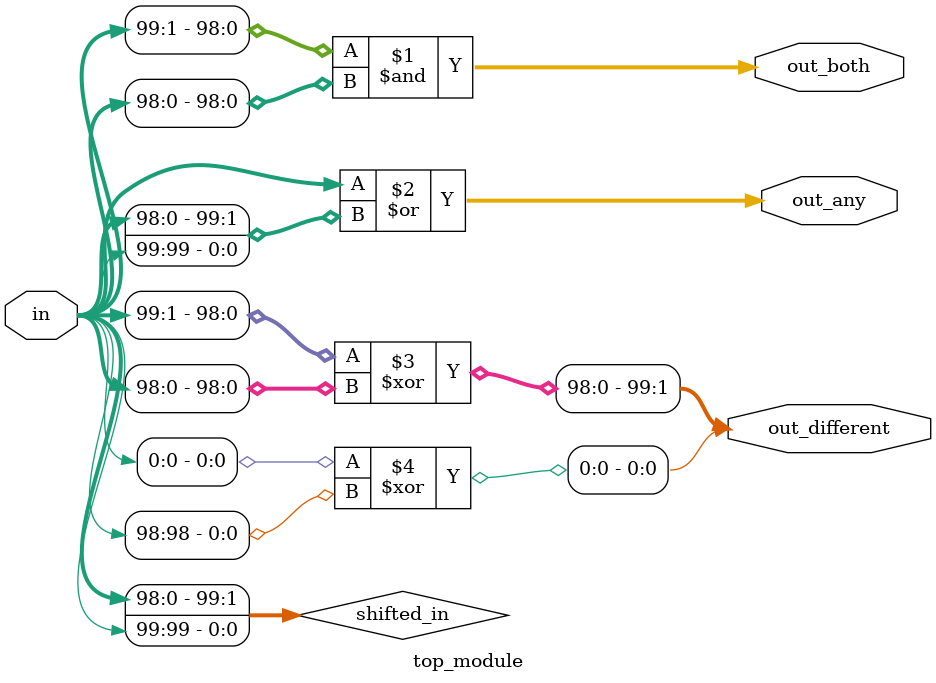
<source format=sv>
module top_module (
    input [99:0] in,
    output [98:0] out_both,
    output [99:0] out_any,
    output [99:0] out_different
);

    // Second input signal that is a shifted version of the first input signal
    wire [99:0] shifted_in;
    assign shifted_in = {in[98:0], in[99]};  // Shifting by 1 bit to the right, wrapping around

    // Generate out_both by performing bit-wise AND operation between two input signals
    assign out_both = in[99:1] & shifted_in[99:1];

    // Generate out_any by performing bit-wise OR operation between two input signals
    assign out_any = in | shifted_in;
    
    // Generate out_different by performing bit-wise XOR operation between two input signals
    assign out_different[99:1] = in[99:1] ^ shifted_in[99:1];
    assign out_different[0] = in[0] ^ shifted_in[99];

endmodule

</source>
